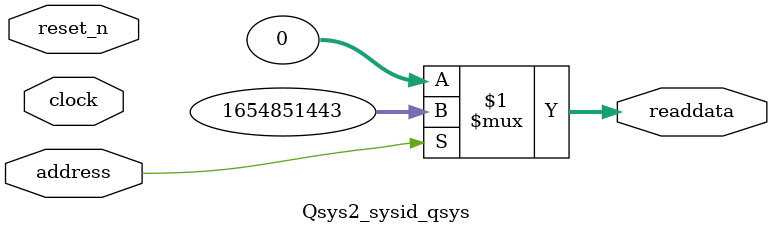
<source format=v>



// synthesis translate_off
`timescale 1ns / 1ps
// synthesis translate_on

// turn off superfluous verilog processor warnings 
// altera message_level Level1 
// altera message_off 10034 10035 10036 10037 10230 10240 10030 

module Qsys2_sysid_qsys (
               // inputs:
                address,
                clock,
                reset_n,

               // outputs:
                readdata
             )
;

  output  [ 31: 0] readdata;
  input            address;
  input            clock;
  input            reset_n;

  wire    [ 31: 0] readdata;
  //control_slave, which is an e_avalon_slave
  assign readdata = address ? 1654851443 : 0;

endmodule



</source>
